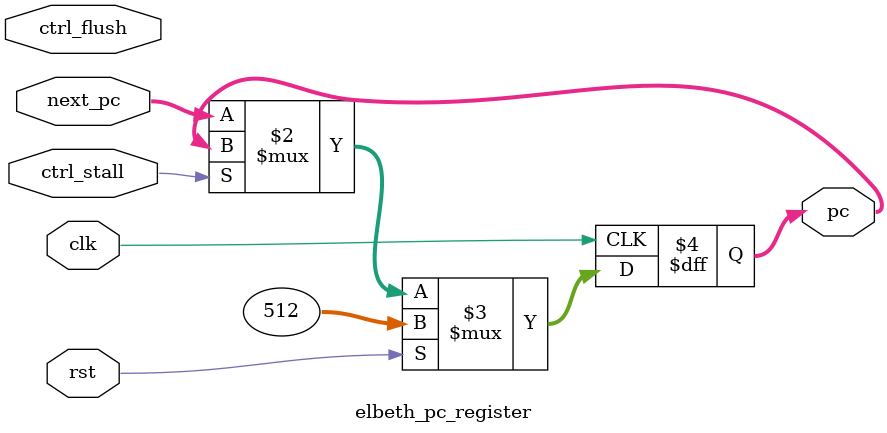
<source format=v>

module elbeth_pc_register(
	input						clk,
	input						rst,
	input						ctrl_stall,
	input 						ctrl_flush,
    input [31:0] 				next_pc,
    output reg [31:0]	 		pc
    );

	always @(posedge clk) begin
		pc <= (rst) ? 32'h200 : ((ctrl_stall) ? pc : next_pc);
	end

endmodule	//elbeth_pc_register

</source>
